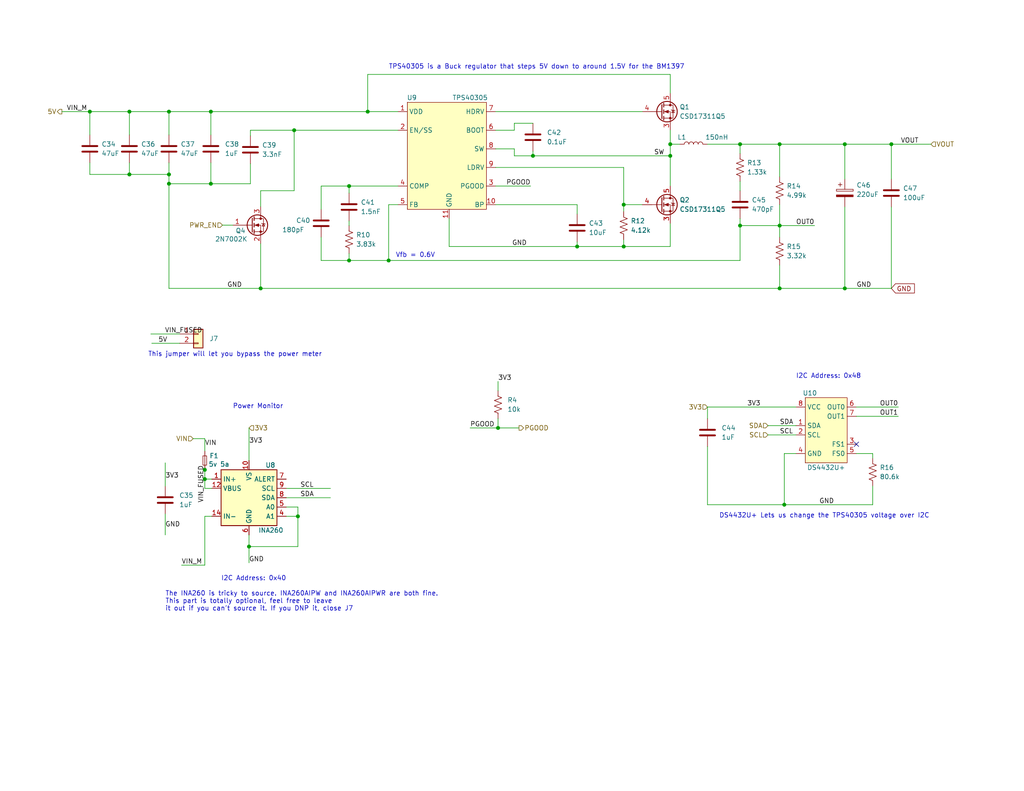
<source format=kicad_sch>
(kicad_sch (version 20231120) (generator "eeschema") (generator_version "8.0")
  (paper "A")
  (title_block (title "BM1366 bitaxe") (date "2023-10-25") (rev "203"))
  (lib_symbols
    (symbol "Connector_Generic:Conn_01x02" (pin_names (offset 1.016) hide)
      (property "Reference" "J" (at 0 2.54 0))
      (property "Value" "Conn_01x02" (at 0 -5.08 0))
      (symbol "Conn_01x02_1_1"
        (rectangle (start -1.27 -2.413) (end 0 -2.667) (stroke (width 0.1524)))
        (rectangle (start -1.27 0.127) (end 0 -0.127) (stroke (width 0.1524)))
        (rectangle (start -1.27 1.27) (end 1.27 -3.81) (stroke (width 0.254)) (fill (type background)))
        (pin passive line (at -5.08 0 0) (length 3.81) (name "Pin_1") (number "1"))
        (pin passive line (at -5.08 -2.54 0) (length 3.81) (name "Pin_2") (number "2"))
      )
    )
    (symbol "Device:C" (pin_numbers hide) (pin_names (offset 0.254))
      (property "Reference" "C" (at 0.635 2.54 0))
      (property "Value" "C" (at 0.635 -2.54 0))
      (symbol "C_0_1"
        (polyline (pts (xy -2.032 -0.762) (xy 2.032 -0.762)) (stroke (width 0.508)))
        (polyline (pts (xy -2.032 0.762) (xy 2.032 0.762)) (stroke (width 0.508)))
      )
      (symbol "C_1_1"
        (pin passive line (at 0 3.81 270) (length 2.794) (name "~") (number "1"))
        (pin passive line (at 0 -3.81 90) (length 2.794) (name "~") (number "2"))
      )
    )
    (symbol "Device:C_Polarized" (pin_numbers hide) (pin_names (offset 0.254))
      (property "Reference" "C" (at 0.635 2.54 0))
      (property "Value" "C_Polarized" (at 0.635 -2.54 0))
      (symbol "C_Polarized_0_1"
        (rectangle (start -2.286 0.508) (end 2.286 1.016))
        (polyline (pts (xy -1.778 2.286) (xy -0.762 2.286)))
        (polyline (pts (xy -1.27 2.794) (xy -1.27 1.778)))
        (rectangle (start 2.286 -0.508) (end -2.286 -1.016) (fill (type outline)))
      )
      (symbol "C_Polarized_1_1"
        (pin passive line (at 0 3.81 270) (length 2.794) (name "~") (number "1"))
        (pin passive line (at 0 -3.81 90) (length 2.794) (name "~") (number "2"))
      )
    )
    (symbol "Device:Fuse_Small" (pin_numbers hide) (pin_names (offset 0.254) hide)
      (property "Reference" "F" (at 0 -1.524 0))
      (property "Value" "Fuse_Small" (at 0 1.524 0))
      (symbol "Fuse_Small_0_1"
        (rectangle (start -1.27 0.508) (end 1.27 -0.508))
        (polyline (pts (xy -1.27 0) (xy 1.27 0)))
      )
      (symbol "Fuse_Small_1_1"
        (pin passive line (at -2.54 0 0) (length 1.27) (name "~") (number "1"))
        (pin passive line (at 2.54 0 180) (length 1.27) (name "~") (number "2"))
      )
    )
    (symbol "Device:L" (pin_numbers hide) (pin_names (offset 1.016) hide)
      (property "Reference" "L" (at -1.27 0 90))
      (property "Value" "L" (at 1.905 0 90))
      (symbol "L_0_1"
        (arc (start 0 -2.54) (mid 0.6323 -1.905) (end 0 -1.27))
        (arc (start 0 -1.27) (mid 0.6323 -0.635) (end 0 0))
        (arc (start 0 0) (mid 0.6323 0.635) (end 0 1.27))
        (arc (start 0 1.27) (mid 0.6323 1.905) (end 0 2.54))
      )
      (symbol "L_1_1"
        (pin passive line (at 0 3.81 270) (length 1.27) (name "1") (number "1"))
        (pin passive line (at 0 -3.81 90) (length 1.27) (name "2") (number "2"))
      )
    )
    (symbol "Device:R_US" (pin_numbers hide) (pin_names (offset 0))
      (property "Reference" "R" (at 2.54 0 90))
      (property "Value" "R_US" (at -2.54 0 90))
      (symbol "R_US_0_1"
        (polyline (pts (xy 0 -2.286) (xy 0 -2.54)))
        (polyline (pts (xy 0 2.286) (xy 0 2.54)))
        (polyline (pts (xy 0 -0.762) (xy 1.016 -1.143) (xy 0 -1.524) (xy -1.016 -1.905) (xy 0 -2.286)))
        (polyline (pts (xy 0 0.762) (xy 1.016 0.381) (xy 0 0) (xy -1.016 -0.381) (xy 0 -0.762)))
        (polyline (pts (xy 0 2.286) (xy 1.016 1.905) (xy 0 1.524) (xy -1.016 1.143) (xy 0 0.762)))
      )
      (symbol "R_US_1_1"
        (pin passive line (at 0 3.81 270) (length 1.27) (name "~") (number "1"))
        (pin passive line (at 0 -3.81 90) (length 1.27) (name "~") (number "2"))
      )
    )
    (symbol "Sensor:INA260"
      (property "Reference" "U" (at -6.35 8.89 0))
      (property "Value" "INA260" (at 2.54 8.89 0))
      (symbol "INA260_0_1"
        (rectangle (start -7.62 7.62) (end 7.62 -7.62) (stroke (width 0.254)) (fill (type background)))
      )
      (symbol "INA260_1_1"
        (pin passive line (at -10.16 5.08 0) (length 2.54) (name "IN+") (number "1"))
        (pin power_in line (at 0 10.16 270) (length 2.54) (name "VS") (number "10"))
        (pin passive line (at 0 -10.16 90) (length 2.54) hide (name "GND") (number "11"))
        (pin passive line (at -10.16 2.54 0) (length 2.54) (name "VBUS") (number "12"))
        (pin no_connect line (at 2.54 -7.62 90) (length 2.54) hide (name "NC") (number "13"))
        (pin passive line (at -10.16 -5.08 0) (length 2.54) (name "IN-") (number "14"))
        (pin passive line (at -10.16 -5.08 0) (length 2.54) hide (name "IN-") (number "15"))
        (pin passive line (at -10.16 -5.08 0) (length 2.54) hide (name "IN-") (number "16"))
        (pin passive line (at -10.16 5.08 0) (length 2.54) hide (name "IN+") (number "2"))
        (pin passive line (at -10.16 5.08 0) (length 2.54) hide (name "IN+") (number "3"))
        (pin input line (at 10.16 -5.08 180) (length 2.54) (name "A1") (number "4"))
        (pin input line (at 10.16 -2.54 180) (length 2.54) (name "A0") (number "5"))
        (pin power_in line (at 0 -10.16 90) (length 2.54) (name "GND") (number "6"))
        (pin open_collector line (at 10.16 5.08 180) (length 2.54) (name "ALERT") (number "7"))
        (pin bidirectional line (at 10.16 0 180) (length 2.54) (name "SDA") (number "8"))
        (pin input line (at 10.16 2.54 180) (length 2.54) (name "SCL") (number "9"))
      )
    )
    (symbol "Transistor_FET:2N7002K" (pin_names hide)
      (property "Reference" "Q" (at 5.08 1.905 0))
      (property "Value" "2N7002K" (at 5.08 0 0))
      (symbol "2N7002K_0_1"
        (polyline (pts (xy 0.254 0) (xy -2.54 0)))
        (polyline (pts (xy 0.254 1.905) (xy 0.254 -1.905)) (stroke (width 0.254)))
        (polyline (pts (xy 0.762 -1.27) (xy 0.762 -2.286)) (stroke (width 0.254)))
        (polyline (pts (xy 0.762 0.508) (xy 0.762 -0.508)) (stroke (width 0.254)))
        (polyline (pts (xy 0.762 2.286) (xy 0.762 1.27)) (stroke (width 0.254)))
        (polyline (pts (xy 2.54 2.54) (xy 2.54 1.778)))
        (polyline (pts (xy 2.54 -2.54) (xy 2.54 0) (xy 0.762 0)))
        (polyline (pts (xy 0.762 -1.778) (xy 3.302 -1.778) (xy 3.302 1.778) (xy 0.762 1.778)))
        (polyline (pts (xy 1.016 0) (xy 2.032 0.381) (xy 2.032 -0.381) (xy 1.016 0)) (fill (type outline)))
        (polyline (pts (xy 2.794 0.508) (xy 2.921 0.381) (xy 3.683 0.381) (xy 3.81 0.254)))
        (polyline (pts (xy 3.302 0.381) (xy 2.921 -0.254) (xy 3.683 -0.254) (xy 3.302 0.381)))
        (circle (center 1.651 0) (radius 2.794) (stroke (width 0.254)))
        (circle (center 2.54 -1.778) (radius 0.254) (fill (type outline)))
        (circle (center 2.54 1.778) (radius 0.254) (fill (type outline)))
      )
      (symbol "2N7002K_1_1"
        (pin input line (at -5.08 0 0) (length 2.54) (name "G") (number "1"))
        (pin passive line (at 2.54 -5.08 90) (length 2.54) (name "S") (number "2"))
        (pin passive line (at 2.54 5.08 270) (length 2.54) (name "D") (number "3"))
      )
    )
    (symbol "bitaxe:DS4432U+"
      (property "Reference" "U10" (at -5.08 10.16 0))
      (property "Value" "DS4432U+" (at -0.635 -10.16 0))
      (symbol "DS4432U+_0_1"
        (rectangle (start -6.35 8.89) (end 5.08 -8.89) (stroke (width 0.1524)) (fill (type background)))
      )
      (symbol "DS4432U+_1_1"
        (pin input line (at -8.89 1.27 0) (length 2.54) (name "SDA") (number "1"))
        (pin input line (at -8.89 -1.27 0) (length 2.54) (name "SCL") (number "2"))
        (pin input line (at 7.62 -3.81 180) (length 2.54) (name "FS1") (number "3"))
        (pin power_in line (at -8.89 -6.35 0) (length 2.54) (name "GND") (number "4"))
        (pin input line (at 7.62 -6.35 180) (length 2.54) (name "FS0") (number "5"))
        (pin output line (at 7.62 6.35 180) (length 2.54) (name "OUT0") (number "6"))
        (pin output line (at 7.62 3.81 180) (length 2.54) (name "OUT1") (number "7"))
        (pin power_in line (at -8.89 6.35 0) (length 2.54) (name "VCC") (number "8"))
      )
    )
    (symbol "bitaxe:Q_NMOS_CSD17311Q5_1" (pin_names (offset 0) hide)
      (property "Reference" "Q1" (at 5.08 1.27 0))
      (property "Value" "CSD17311Q5" (at 5.08 -1.27 0))
      (symbol "Q_NMOS_CSD17311Q5_1_0_1"
        (polyline (pts (xy 0.254 0) (xy -2.54 0)))
        (polyline (pts (xy 0.254 1.905) (xy 0.254 -1.905)) (stroke (width 0.254)))
        (polyline (pts (xy 0.762 -1.27) (xy 0.762 -2.286)) (stroke (width 0.254)))
        (polyline (pts (xy 0.762 0.508) (xy 0.762 -0.508)) (stroke (width 0.254)))
        (polyline (pts (xy 0.762 2.286) (xy 0.762 1.27)) (stroke (width 0.254)))
        (polyline (pts (xy 2.54 2.54) (xy 2.54 1.778)))
        (polyline (pts (xy 2.54 -2.54) (xy 2.54 0) (xy 0.762 0)))
        (polyline (pts (xy 0.762 -1.778) (xy 3.302 -1.778) (xy 3.302 1.778) (xy 0.762 1.778)))
        (polyline (pts (xy 1.016 0) (xy 2.032 0.381) (xy 2.032 -0.381) (xy 1.016 0)) (fill (type outline)))
        (polyline (pts (xy 2.794 0.508) (xy 2.921 0.381) (xy 3.683 0.381) (xy 3.81 0.254)))
        (polyline (pts (xy 3.302 0.381) (xy 2.921 -0.254) (xy 3.683 -0.254) (xy 3.302 0.381)))
        (circle (center 1.651 0) (radius 2.794) (stroke (width 0.254)))
        (circle (center 2.54 -1.778) (radius 0.254) (fill (type outline)))
        (circle (center 2.54 1.778) (radius 0.254) (fill (type outline)))
      )
      (symbol "Q_NMOS_CSD17311Q5_1_1_1"
        (pin passive line (at 2.54 -5.08 90) (length 2.54) hide (name "") (number "1"))
        (pin passive line (at 2.54 -5.08 90) (length 2.54) hide (name "") (number "2"))
        (pin passive line (at 2.54 -5.08 90) (length 2.54) (name "S") (number "3"))
        (pin input line (at -5.08 0 0) (length 2.54) (name "G") (number "4"))
        (pin passive line (at 2.54 5.08 270) (length 2.54) (name "D") (number "5"))
      )
    )
    (symbol "bitaxe:TPS40305"
      (property "Reference" "U9" (at -10.16 16.51 0))
      (property "Value" "TPS40305" (at 5.715 16.51 0))
      (symbol "TPS40305_0_1"
        (rectangle (start -11.43 15.24) (end 10.16 -13.97) (stroke (width 0.1524)) (fill (type background)))
      )
      (symbol "TPS40305_1_1"
        (pin input line (at -13.97 12.7 0) (length 2.54) (name "VDD") (number "1"))
        (pin input line (at 12.7 -12.7 180) (length 2.54) (name "BP") (number "10"))
        (pin input line (at 0 -16.51 90) (length 2.54) (name "GND") (number "11"))
        (pin input line (at -13.97 7.62 0) (length 2.54) (name "EN/SS") (number "2"))
        (pin input line (at 12.7 -7.62 180) (length 2.54) (name "PGOOD") (number "3"))
        (pin input line (at -13.97 -7.62 0) (length 2.54) (name "COMP") (number "4"))
        (pin input line (at -13.97 -12.7 0) (length 2.54) (name "FB") (number "5"))
        (pin input line (at 12.7 7.62 180) (length 2.54) (name "BOOT") (number "6"))
        (pin input line (at 12.7 12.7 180) (length 2.54) (name "HDRV") (number "7"))
        (pin input line (at 12.7 2.54 180) (length 2.54) (name "SW") (number "8"))
        (pin input line (at 12.7 -2.54 180) (length 2.54) (name "LDRV") (number "9"))
      )
    )
  )
  (junction (at 135.89 116.84))
  (junction (at 46.101 50.165))
  (junction (at 55.88 128.27))
  (junction (at 201.93 61.595))
  (junction (at 46.101 47.625))
  (junction (at 213.995 137.795))
  (junction (at 24.511 30.48))
  (junction (at 145.415 42.545))
  (junction (at 182.88 42.545))
  (junction (at 212.725 78.74))
  (junction (at 95.25 50.8))
  (junction (at 182.88 39.37))
  (junction (at 170.18 55.88))
  (junction (at 230.505 78.74))
  (junction (at 212.725 39.37))
  (junction (at 35.306 47.625))
  (junction (at 57.531 30.48))
  (junction (at 100.33 30.48))
  (junction (at 106.045 71.12))
  (junction (at 67.945 149.225))
  (junction (at 35.306 30.48))
  (junction (at 230.505 39.37))
  (junction (at 212.725 61.595))
  (junction (at 81.28 140.97))
  (junction (at 157.48 67.31))
  (junction (at 46.101 30.48))
  (junction (at 57.531 50.165))
  (junction (at 243.205 39.37))
  (junction (at 80.264 35.56))
  (junction (at 55.88 130.81))
  (junction (at 201.93 39.37))
  (junction (at 95.25 71.12))
  (junction (at 71.12 78.74))
  (junction (at 170.18 67.31))
  (no_connect (at 233.68 121.285))
  (wire (pts (xy 243.205 39.37) (xy 230.505 39.37)))
  (wire (pts (xy 193.04 111.125) (xy 217.17 111.125)))
  (wire (pts (xy 60.706 61.468) (xy 63.5 61.468)))
  (wire (pts (xy 157.48 66.04) (xy 157.48 67.31)))
  (wire (pts (xy 24.511 30.48) (xy 35.306 30.48)))
  (wire (pts (xy 108.585 50.8) (xy 95.25 50.8)))
  (wire (pts (xy 182.88 35.56) (xy 182.88 39.37)))
  (wire (pts (xy 243.205 48.895) (xy 243.205 39.37)))
  (wire (pts (xy 170.18 55.88) (xy 175.26 55.88)))
  (wire (pts (xy 157.48 55.88) (xy 157.48 58.42)))
  (wire (pts (xy 67.945 116.84) (xy 67.945 125.73)))
  (wire (pts (xy 95.25 60.325) (xy 95.25 61.595)))
  (wire (pts (xy 57.531 44.45) (xy 57.531 50.165)))
  (wire (pts (xy 212.725 55.88) (xy 212.725 61.595)))
  (wire (pts (xy 170.18 45.72) (xy 170.18 55.88)))
  (wire (pts (xy 35.306 44.45) (xy 35.306 47.625)))
  (wire (pts (xy 170.18 67.31) (xy 170.18 65.405)))
  (wire (pts (xy 233.68 113.665) (xy 245.11 113.665)))
  (wire (pts (xy 68.326 44.704) (xy 68.326 50.165)))
  (wire (pts (xy 182.88 20.32) (xy 100.33 20.32)))
  (wire (pts (xy 193.04 114.3) (xy 193.04 111.125)))
  (wire (pts (xy 201.93 39.37) (xy 201.93 41.91)))
  (wire (pts (xy 57.785 133.35) (xy 55.88 133.35)))
  (wire (pts (xy 35.306 47.625) (xy 46.101 47.625)))
  (wire (pts (xy 243.205 39.37) (xy 254 39.37)))
  (wire (pts (xy 55.88 140.97) (xy 55.88 154.305)))
  (wire (pts (xy 80.264 35.56) (xy 68.326 35.56)))
  (wire (pts (xy 128.27 116.84) (xy 135.89 116.84)))
  (wire (pts (xy 87.63 71.12) (xy 87.63 64.77)))
  (wire (pts (xy 87.63 50.8) (xy 87.63 57.15)))
  (wire (pts (xy 49.53 154.305) (xy 55.88 154.305)))
  (wire (pts (xy 209.55 116.205) (xy 217.17 116.205)))
  (wire (pts (xy 46.101 50.165) (xy 57.531 50.165)))
  (wire (pts (xy 78.105 138.43) (xy 81.28 138.43)))
  (wire (pts (xy 122.555 67.31) (xy 157.48 67.31)))
  (wire (pts (xy 81.28 149.225) (xy 67.945 149.225)))
  (wire (pts (xy 80.264 52.07) (xy 80.264 35.56)))
  (wire (pts (xy 213.995 123.825) (xy 217.17 123.825)))
  (wire (pts (xy 46.101 78.74) (xy 71.12 78.74)))
  (wire (pts (xy 201.93 49.53) (xy 201.93 52.07)))
  (wire (pts (xy 57.785 130.81) (xy 55.88 130.81)))
  (wire (pts (xy 57.531 30.48) (xy 57.531 36.83)))
  (wire (pts (xy 95.25 69.215) (xy 95.25 71.12)))
  (wire (pts (xy 55.88 127) (xy 55.88 128.27)))
  (wire (pts (xy 212.725 72.39) (xy 212.725 78.74)))
  (wire (pts (xy 41.402 93.726) (xy 49.022 93.726)))
  (wire (pts (xy 157.48 67.31) (xy 170.18 67.31)))
  (wire (pts (xy 238.125 132.715) (xy 238.125 137.795)))
  (wire (pts (xy 230.505 39.37) (xy 230.505 48.895)))
  (wire (pts (xy 212.725 61.595) (xy 212.725 64.77)))
  (wire (pts (xy 140.335 40.64) (xy 140.335 42.545)))
  (wire (pts (xy 71.12 52.07) (xy 80.264 52.07)))
  (wire (pts (xy 182.88 60.96) (xy 182.88 67.31)))
  (wire (pts (xy 81.28 138.43) (xy 81.28 140.97)))
  (wire (pts (xy 135.255 45.72) (xy 170.18 45.72)))
  (wire (pts (xy 135.255 40.64) (xy 140.335 40.64)))
  (wire (pts (xy 24.511 47.625) (xy 35.306 47.625)))
  (wire (pts (xy 233.68 111.125) (xy 245.11 111.125)))
  (wire (pts (xy 24.511 36.83) (xy 24.511 30.48)))
  (wire (pts (xy 230.505 56.515) (xy 230.505 78.74)))
  (wire (pts (xy 46.101 30.48) (xy 46.101 36.83)))
  (wire (pts (xy 35.306 30.48) (xy 46.101 30.48)))
  (wire (pts (xy 213.995 137.795) (xy 213.995 123.825)))
  (wire (pts (xy 45.085 140.335) (xy 45.085 146.05)))
  (wire (pts (xy 140.335 42.545) (xy 145.415 42.545)))
  (wire (pts (xy 230.505 39.37) (xy 212.725 39.37)))
  (wire (pts (xy 100.33 20.32) (xy 100.33 30.48)))
  (wire (pts (xy 182.88 67.31) (xy 170.18 67.31)))
  (wire (pts (xy 67.945 149.225) (xy 67.945 153.67)))
  (wire (pts (xy 233.68 123.825) (xy 238.125 123.825)))
  (wire (pts (xy 135.89 116.84) (xy 141.605 116.84)))
  (wire (pts (xy 170.18 55.88) (xy 170.18 57.785)))
  (wire (pts (xy 182.88 42.545) (xy 182.88 50.8)))
  (wire (pts (xy 95.25 71.12) (xy 87.63 71.12)))
  (wire (pts (xy 55.88 128.27) (xy 55.88 130.81)))
  (wire (pts (xy 46.101 30.48) (xy 57.531 30.48)))
  (wire (pts (xy 230.505 78.74) (xy 243.205 78.74)))
  (wire (pts (xy 193.04 137.795) (xy 213.995 137.795)))
  (wire (pts (xy 78.105 140.97) (xy 81.28 140.97)))
  (wire (pts (xy 67.945 146.05) (xy 67.945 149.225)))
  (wire (pts (xy 135.255 50.8) (xy 144.78 50.8)))
  (wire (pts (xy 106.045 71.12) (xy 95.25 71.12)))
  (wire (pts (xy 35.306 30.48) (xy 35.306 36.83)))
  (wire (pts (xy 135.89 114.3) (xy 135.89 116.84)))
  (wire (pts (xy 71.12 66.548) (xy 71.12 78.74)))
  (wire (pts (xy 46.101 47.625) (xy 46.101 50.165)))
  (wire (pts (xy 145.415 42.545) (xy 182.88 42.545)))
  (wire (pts (xy 182.88 25.4) (xy 182.88 20.32)))
  (wire (pts (xy 46.101 50.165) (xy 46.101 78.74)))
  (wire (pts (xy 24.511 44.45) (xy 24.511 47.625)))
  (wire (pts (xy 46.101 44.45) (xy 46.101 47.625)))
  (wire (pts (xy 122.555 59.69) (xy 122.555 67.31)))
  (wire (pts (xy 212.725 61.595) (xy 222.25 61.595)))
  (wire (pts (xy 212.725 78.74) (xy 230.505 78.74)))
  (wire (pts (xy 193.04 39.37) (xy 201.93 39.37)))
  (wire (pts (xy 209.55 118.745) (xy 217.17 118.745)))
  (wire (pts (xy 108.585 55.88) (xy 106.045 55.88)))
  (wire (pts (xy 108.585 35.56) (xy 80.264 35.56)))
  (wire (pts (xy 57.785 140.97) (xy 55.88 140.97)))
  (wire (pts (xy 201.93 39.37) (xy 212.725 39.37)))
  (wire (pts (xy 135.255 55.88) (xy 157.48 55.88)))
  (wire (pts (xy 140.335 35.56) (xy 140.335 33.655)))
  (wire (pts (xy 201.93 59.69) (xy 201.93 61.595)))
  (wire (pts (xy 41.148 91.186) (xy 49.022 91.186)))
  (wire (pts (xy 243.205 56.515) (xy 243.205 78.74)))
  (wire (pts (xy 201.93 71.12) (xy 106.045 71.12)))
  (wire (pts (xy 71.12 52.07) (xy 71.12 56.388)))
  (wire (pts (xy 95.25 50.8) (xy 87.63 50.8)))
  (wire (pts (xy 57.531 30.48) (xy 100.33 30.48)))
  (wire (pts (xy 140.335 33.655) (xy 145.415 33.655)))
  (wire (pts (xy 145.415 41.275) (xy 145.415 42.545)))
  (wire (pts (xy 45.085 126.365) (xy 45.085 132.715)))
  (wire (pts (xy 135.255 30.48) (xy 175.26 30.48)))
  (wire (pts (xy 55.88 133.35) (xy 55.88 130.81)))
  (wire (pts (xy 100.33 30.48) (xy 108.585 30.48)))
  (wire (pts (xy 68.326 35.56) (xy 68.326 37.084)))
  (wire (pts (xy 212.725 39.37) (xy 212.725 48.26)))
  (wire (pts (xy 182.88 39.37) (xy 185.42 39.37)))
  (wire (pts (xy 135.89 104.14) (xy 135.89 106.68)))
  (wire (pts (xy 238.125 123.825) (xy 238.125 125.095)))
  (wire (pts (xy 55.88 123.19) (xy 55.88 119.761)))
  (wire (pts (xy 201.93 61.595) (xy 201.93 71.12)))
  (wire (pts (xy 135.255 35.56) (xy 140.335 35.56)))
  (wire (pts (xy 78.105 133.35) (xy 90.17 133.35)))
  (wire (pts (xy 81.28 140.97) (xy 81.28 149.225)))
  (wire (pts (xy 106.045 55.88) (xy 106.045 71.12)))
  (wire (pts (xy 182.88 39.37) (xy 182.88 42.545)))
  (wire (pts (xy 238.125 137.795) (xy 213.995 137.795)))
  (wire (pts (xy 193.04 121.92) (xy 193.04 137.795)))
  (wire (pts (xy 52.705 119.761) (xy 55.88 119.761)))
  (wire (pts (xy 16.891 30.48) (xy 24.511 30.48)))
  (wire (pts (xy 78.105 135.89) (xy 90.17 135.89)))
  (wire (pts (xy 57.531 50.165) (xy 68.326 50.165)))
  (wire (pts (xy 201.93 61.595) (xy 212.725 61.595)))
  (wire (pts (xy 71.12 78.74) (xy 212.725 78.74)))
  (wire (pts (xy 95.25 50.8) (xy 95.25 52.705)))
  (text "DS4432U+ Lets us change the TPS40305 voltage over I2C" (at 196.215 141.605 0) (effects (font (size 1.27 1.27)) (justify left bottom)))
  (text "I2C Address: 0x48" (at 217.17 103.505 0) (effects (font (size 1.27 1.27)) (justify left bottom)))
  (text "The INA260 is tricky to source. INA260AIPW and INA260AIPWR are both fine.\nThis part is totally optional, feel free to leave \nit out if you can't source it. If you DNP it, close J7" (at 45.085 167.005 0) (effects (font (size 1.27 1.27)) (justify left bottom)))
  (text "Power Monitor" (at 63.5 111.76 0) (effects (font (size 1.27 1.27)) (justify left bottom)))
  (text "TPS40305 is a Buck regulator that steps 5V down to around 1.5V for the BM1397" (at 106.045 19.05 0) (effects (font (size 1.27 1.27)) (justify left bottom)))
  (text "I2C Address: 0x40" (at 60.325 158.75 0) (effects (font (size 1.27 1.27)) (justify left bottom)))
  (text "Vfb = 0.6V" (at 107.95 70.485 0) (effects (font (size 1.27 1.27)) (justify left bottom)))
  (text "This jumper will let you bypass the power meter" (at 40.386 97.536 0) (effects (font (size 1.27 1.27)) (justify left bottom)))
  (label "3V3" (at 203.835 111.125 0))
  (label "SDA" (at 212.725 116.205 0))
  (label "VIN_M" (at 18.161 30.48 0))
  (label "GND" (at 233.68 78.74 0))
  (label "VIN_M" (at 49.53 154.305 0))
  (label "GND" (at 61.976 78.74 0))
  (label "VIN_FUSED" (at 44.958 91.186 0))
  (label "GND" (at 67.945 153.67 0))
  (label "3V3" (at 67.945 121.285 0))
  (label "PGOOD" (at 144.78 50.8 180))
  (label "GND" (at 45.085 144.145 0))
  (label "SCL" (at 81.915 133.35 0))
  (label "VOUT" (at 245.745 39.37 0))
  (label "3V3" (at 45.085 130.81 0))
  (label "OUT1" (at 240.03 113.665 0))
  (label "SCL" (at 212.725 118.745 0))
  (label "SDA" (at 81.915 135.89 0))
  (label "OUT0" (at 217.17 61.595 0))
  (label "OUT0" (at 240.03 111.125 0))
  (label "GND" (at 223.52 137.795 0))
  (label "5V" (at 43.18 93.726 0))
  (label "3V3" (at 135.89 104.14 0))
  (label "PGOOD" (at 128.27 116.84 0))
  (label "SW" (at 178.435 42.545 0))
  (label "GND" (at 139.7 67.31 0))
  (label "VIN_FUSED" (at 55.88 127 270))
  (label "VIN" (at 55.88 121.92 0))
  (global_label "GND" (shape input) (at 243.205 78.74 0) (property "Intersheetrefs" "${INTERSHEET_REFS}" (effects (hide yes))))
  (hierarchical_label "SDA" (shape input) (at 209.55 116.205 180))
  (hierarchical_label "5V" (shape output) (at 16.891 30.48 180))
  (hierarchical_label "SCL" (shape input) (at 209.55 118.745 180))
  (hierarchical_label "3V3" (shape input) (at 67.945 116.84 0))
  (hierarchical_label "VOUT" (shape input) (at 254 39.37 0))
  (hierarchical_label "VIN" (shape input) (at 52.705 119.761 180))
  (hierarchical_label "PWR_EN" (shape input) (at 60.706 61.468 180))
  (hierarchical_label "3V3" (shape input) (at 193.04 111.125 180))
  (hierarchical_label "PGOOD" (shape output) (at 141.605 116.84 0))
  (symbol (lib_id "Device:C") (at 157.48 62.23 0) (unit 1)
    (property "Reference" "C43" (at 160.655 60.9599 0) (effects (justify left)))
    (property "Value" "10uF" (at 160.655 63.4999 0) (effects (justify left)))
    (property "Footprint" "Capacitor_SMD:C_0805_2012Metric" (effects (hide yes)))
    (property "DK" "1276-1096-1-ND" (effects (hide yes)))
    (property "PARTNO" "CL21A106KOQNNNE" (effects (hide yes)))
  )
  (symbol (lib_id "Device:R_US") (at 212.725 52.07 0) (unit 1)
    (property "Reference" "R14" (at 214.63 50.7999 0) (effects (justify left)))
    (property "Value" "4.99k" (at 214.63 53.3399 0) (effects (justify left)))
    (property "Footprint" "Resistor_SMD:R_0402_1005Metric" (effects (hide yes)))
    (property "DK" "311-4.99KLRCT-ND" (effects (hide yes)))
    (property "PARTNO" "RC0402FR-074K99L" (effects (hide yes)))
  )
  (symbol (lib_id "Device:C") (at 46.101 40.64 0) (unit 1)
    (property "Reference" "C37" (at 49.276 39.3699 0) (effects (justify left)))
    (property "Value" "47uF" (at 49.276 41.9099 0) (effects (justify left)))
    (property "Footprint" "Capacitor_SMD:C_1210_3225Metric" (effects (hide yes)))
    (property "DK" "490-6539-1-ND" (effects (hide yes)))
    (property "PARTNO" "GRM32ER61C476KE15L" (effects (hide yes)))
  )
  (symbol (lib_id "Device:C_Polarized") (at 230.505 52.705 0) (unit 1)
    (property "Reference" "C46" (at 233.68 50.5459 0) (effects (justify left)))
    (property "Value" "220uF" (at 233.68 53.0859 0) (effects (justify left)))
    (property "Footprint" "bitaxe:CAP_2R5TPE220MAFB" (effects (hide yes)))
    (property "Datasheet" "https://media.digikey.com/pdf/Data%20Sheets/Panasonic%20Capacitors%20PDFs/TPE_Series_POSCAP_Rev02_Oct_2017.pdf" (effects (hide yes)))
    (property "PARTNO" "2R5TPE220MAFB" (effects (hide yes)))
    (property "DK" "P16200CT-ND" (effects (hide yes)))
  )
  (symbol (lib_id "bitaxe:TPS40305") (at 122.555 43.18 0) (unit 1)
    (property "Reference" "U9" (at 112.395 26.67 0))
    (property "Value" "TPS40305" (at 128.27 26.67 0))
    (property "Footprint" "bitaxe:TPS40305" (effects (hide yes)))
    (property "Datasheet" "https://www.ti.com/lit/ds/symlink/tps40303.pdf" (effects (hide yes)))
    (property "DK" "296-37445-1-ND" (effects (hide yes)))
    (property "PARTNO" "TPS40305DRCR" (effects (hide yes)))
  )
  (symbol (lib_id "Sensor:INA260") (at 67.945 135.89 0) (unit 1)
    (property "Reference" "U8" (at 72.39 127 0) (effects (justify left)))
    (property "Value" "INA260" (at 70.485 144.78 0) (effects (justify left)))
    (property "Footprint" "Package_SO:TSSOP-16_4.4x5mm_P0.65mm" (effects (hide yes)))
    (property "Datasheet" "http://www.ti.com/lit/ds/symlink/ina260.pdf" (effects (hide yes)))
    (property "PARTNO" "INA260AIPW" (effects (hide yes)))
    (property "DK" "296-45218-5-ND" (effects (hide yes)))
  )
  (symbol (lib_id "Device:C") (at 24.511 40.64 0) (unit 1)
    (property "Reference" "C34" (at 27.686 39.3699 0) (effects (justify left)))
    (property "Value" "47uF" (at 27.686 41.9099 0) (effects (justify left)))
    (property "Footprint" "Capacitor_SMD:C_1210_3225Metric" (effects (hide yes)))
    (property "DK" "490-6539-1-ND" (effects (hide yes)))
    (property "PARTNO" "GRM32ER61C476KE15L" (effects (hide yes)))
  )
  (symbol (lib_id "bitaxe:Q_NMOS_CSD17311Q5_1") (at 180.34 55.88 0) (unit 1)
    (property "Reference" "Q2" (at 185.42 54.61 0) (effects (justify left)))
    (property "Value" "CSD17311Q5" (at 185.42 57.15 0) (effects (justify left)))
    (property "Footprint" "bitaxe:CSD17311Q5" (effects (hide yes)))
    (property "Datasheet" "https://www.ti.com/lit/ds/symlink/csd17311q5.pdf" (effects (hide yes)))
    (property "DK" "296-27625-1-ND" (effects (hide yes)))
    (property "PARTNO" "CSD17311Q5" (effects (hide yes)))
  )
  (symbol (lib_id "Device:C") (at 68.326 40.894 0) (unit 1)
    (property "Reference" "C39" (at 71.501 39.6239 0) (effects (justify left)))
    (property "Value" "3.3nF" (at 71.501 42.1639 0) (effects (justify left)))
    (property "Footprint" "Capacitor_SMD:C_0402_1005Metric" (effects (hide yes)))
    (property "DK" "1276-1552-1-ND" (effects (hide yes)))
    (property "PARTNO" "CL05B332KB5NNNC" (effects (hide yes)))
  )
  (symbol (lib_id "Device:C") (at 35.306 40.64 0) (unit 1)
    (property "Reference" "C36" (at 38.481 39.3699 0) (effects (justify left)))
    (property "Value" "47uF" (at 38.481 41.9099 0) (effects (justify left)))
    (property "Footprint" "Capacitor_SMD:C_1210_3225Metric" (effects (hide yes)))
    (property "DK" "490-6539-1-ND" (effects (hide yes)))
    (property "PARTNO" "GRM32ER61C476KE15L" (effects (hide yes)))
  )
  (symbol (lib_id "Device:C") (at 57.531 40.64 0) (unit 1)
    (property "Reference" "C38" (at 61.341 39.3699 0) (effects (justify left)))
    (property "Value" "1uF" (at 61.341 41.9099 0) (effects (justify left)))
    (property "Footprint" "Capacitor_SMD:C_0805_2012Metric" (effects (hide yes)))
    (property "DK" "1276-6471-1-ND" (effects (hide yes)))
    (property "PARTNO" "CL21B105KOFNNNG" (effects (hide yes)))
  )
  (symbol (lib_id "bitaxe:DS4432U+") (at 226.06 117.475 0) (unit 1)
    (property "Reference" "U10" (at 220.98 107.315 0))
    (property "Value" "DS4432U+" (at 225.425 127.635 0))
    (property "Footprint" "Package_SO:TSSOP-8_3x3mm_P0.65mm" (effects (hide yes)))
    (property "Datasheet" "https://datasheets.maximintegrated.com/en/ds/DS4432.pdf" (effects (hide yes)))
    (property "DK" "DS4432U+-ND" (effects (hide yes)))
    (property "PARTNO" "DS4432U+" (effects (hide yes)))
  )
  (symbol (lib_id "Device:C") (at 243.205 52.705 0) (unit 1)
    (property "Reference" "C47" (at 246.38 51.4349 0) (effects (justify left)))
    (property "Value" "100uF" (at 246.38 53.9749 0) (effects (justify left)))
    (property "Footprint" "Capacitor_SMD:C_1206_3216Metric" (effects (hide yes)))
    (property "PARTNO" "C3216X5R0J107M160AB" (effects (hide yes)))
    (property "DK" "445-6008-1-ND" (effects (hide yes)))
  )
  (symbol (lib_id "Device:C") (at 95.25 56.515 0) (unit 1)
    (property "Reference" "C41" (at 98.425 55.2449 0) (effects (justify left)))
    (property "Value" "1.5nF" (at 98.425 57.7849 0) (effects (justify left)))
    (property "Footprint" "Capacitor_SMD:C_0805_2012Metric" (effects (hide yes)))
    (property "DK" "311-1128-1-ND" (effects (hide yes)))
    (property "PARTNO" "CC0805KRX7R9BB152" (effects (hide yes)))
  )
  (symbol (lib_id "Device:R_US") (at 212.725 68.58 0) (unit 1)
    (property "Reference" "R15" (at 214.63 67.3099 0) (effects (justify left)))
    (property "Value" "3.32k" (at 214.63 69.8499 0) (effects (justify left)))
    (property "Footprint" "Resistor_SMD:R_0402_1005Metric" (effects (hide yes)))
    (property "DK" "311-3.32KLRCT-ND" (effects (hide yes)))
    (property "PARTNO" "RC0402FR-073K32L" (effects (hide yes)))
  )
  (symbol (lib_id "Device:C") (at 145.415 37.465 0) (unit 1)
    (property "Reference" "C42" (at 149.225 36.1949 0) (effects (justify left)))
    (property "Value" "0.1uF" (at 149.225 38.7349 0) (effects (justify left)))
    (property "Footprint" "Capacitor_SMD:C_0402_1005Metric" (effects (hide yes)))
    (property "DK" "1292-1639-1-ND" (effects (hide yes)))
    (property "PARTNO" "0402X104K100CT" (effects (hide yes)))
  )
  (symbol (lib_id "Device:Fuse_Small") (at 55.88 125.73 270) (unit 1)
    (property "Reference" "F1" (at 57.15 124.4599 90) (effects (justify left)))
    (property "Value" "5v 5a" (at 56.896 126.746 90) (effects (justify left)))
    (property "Footprint" "Fuse:Fuse_0603_1608Metric" (effects (hide yes)))
    (property "Description" "Fuse, small symbol" (effects (hide yes)))
  )
  (symbol (lib_id "Transistor_FET:2N7002K") (at 68.58 61.468 0) (unit 1)
    (property "Reference" "Q4" (at 64.262 62.992 0) (effects (justify left)))
    (property "Value" "2N7002K" (at 58.674 65.278 0) (effects (justify left)))
    (property "Footprint" "Package_TO_SOT_SMD:SOT-323_SC-70" (effects (hide yes)))
    (property "Datasheet" "https://www.diodes.com/assets/Datasheets/ds30896.pdf" (effects (hide yes)))
    (property "DK" "2N7002KWCT-ND" (effects (hide yes)))
    (property "PARTNO" "2N7002KW" (effects (hide yes)))
  )
  (symbol (lib_id "Connector_Generic:Conn_01x02") (at 54.102 91.186 0) (unit 1) (in_bom no)
    (property "Reference" "J7" (at 57.15 92.4559 0) (effects (justify left)))
    (property "Value" "Conn_01x02" (effects (hide yes)))
    (property "Footprint" "Connector_PinHeader_2.54mm:PinHeader_1x02_P2.54mm_Vertical" (effects (hide yes)))
  )
  (symbol (lib_id "Device:R_US") (at 238.125 128.905 0) (unit 1)
    (property "Reference" "R16" (at 240.03 127.635 0) (effects (justify left)))
    (property "Value" "80.6k" (at 240.03 130.175 0) (effects (justify left)))
    (property "Footprint" "Resistor_SMD:R_0402_1005Metric" (effects (hide yes)))
    (property "DK" "311-80.6KLRCT-ND" (effects (hide yes)))
    (property "PARTNO" "RC0402FR-0780K6L" (effects (hide yes)))
  )
  (symbol (lib_id "Device:C") (at 193.04 118.11 0) (unit 1)
    (property "Reference" "C44" (at 196.85 116.8399 0) (effects (justify left)))
    (property "Value" "1uF" (at 196.85 119.3799 0) (effects (justify left)))
    (property "Footprint" "Capacitor_SMD:C_0402_1005Metric" (effects (hide yes)))
    (property "DK" "587-5514-1-ND" (effects (hide yes)))
    (property "PARTNO" "EMK105BJ105MV-F" (effects (hide yes)))
  )
  (symbol (lib_id "Device:R_US") (at 201.93 45.72 0) (unit 1)
    (property "Reference" "R13" (at 203.835 44.4499 0) (effects (justify left)))
    (property "Value" "1.33k" (at 203.835 46.9899 0) (effects (justify left)))
    (property "Footprint" "Resistor_SMD:R_0402_1005Metric" (effects (hide yes)))
    (property "DK" "311-1.33KLRCT-ND" (effects (hide yes)))
    (property "PARTNO" "RC0402FR-071K33L" (effects (hide yes)))
  )
  (symbol (lib_id "Device:R_US") (at 95.25 65.405 0) (unit 1)
    (property "Reference" "R10" (at 97.155 64.1349 0) (effects (justify left)))
    (property "Value" "3.83k" (at 97.155 66.6749 0) (effects (justify left)))
    (property "Footprint" "Resistor_SMD:R_0402_1005Metric" (effects (hide yes)))
    (property "DK" "311-3.83KLRCT-ND" (effects (hide yes)))
    (property "PARTNO" "RC0402FR-073K83L" (effects (hide yes)))
  )
  (symbol (lib_id "bitaxe:Q_NMOS_CSD17311Q5_1") (at 180.34 30.48 0) (unit 1)
    (property "Reference" "Q1" (at 185.42 29.21 0) (effects (justify left)))
    (property "Value" "CSD17311Q5" (at 185.42 31.75 0) (effects (justify left)))
    (property "Footprint" "bitaxe:CSD17311Q5" (effects (hide yes)))
    (property "Datasheet" "https://www.ti.com/lit/ds/symlink/csd17311q5.pdf" (effects (hide yes)))
    (property "DK" "296-27625-1-ND" (effects (hide yes)))
    (property "PARTNO" "CSD17311Q5" (effects (hide yes)))
  )
  (symbol (lib_id "Device:C") (at 201.93 55.88 0) (unit 1)
    (property "Reference" "C45" (at 205.105 54.6099 0) (effects (justify left)))
    (property "Value" "470pF" (at 205.105 57.1499 0) (effects (justify left)))
    (property "Footprint" "Capacitor_SMD:C_0805_2012Metric" (effects (hide yes)))
    (property "DK" "1292-1580-1-ND" (effects (hide yes)))
    (property "PARTNO" "0805B471K500CT" (effects (hide yes)))
  )
  (symbol (lib_id "Device:L") (at 189.23 39.37 90) (unit 1)
    (property "Reference" "L1" (at 186.055 37.465 90))
    (property "Value" "150nH" (at 195.58 37.465 90))
    (property "Footprint" "bitaxe:FP1005R1-R15-R" (effects (hide yes)))
    (property "Datasheet" "https://www.eaton.com/content/dam/eaton/products/electronic-components/resources/data-sheet/eaton-fp1005r-high-current-power-inductors-data-sheet.pdf" (effects (hide yes)))
    (property "PARTNO" "FP1005R1-R15-R" (effects (hide yes)))
    (property "DK" "513-1568-1-ND" (effects (hide yes)))
  )
  (symbol (lib_id "Device:R_US") (at 170.18 61.595 0) (unit 1)
    (property "Reference" "R12" (at 172.085 60.3249 0) (effects (justify left)))
    (property "Value" "4.12k" (at 172.085 62.8649 0) (effects (justify left)))
    (property "Footprint" "Resistor_SMD:R_0402_1005Metric" (effects (hide yes)))
    (property "DK" "RMCF0402FT4K12CT-ND" (effects (hide yes)))
    (property "PARTNO" "RMCF0402FT4K12" (effects (hide yes)))
  )
  (symbol (lib_id "Device:C") (at 45.085 136.525 0) (unit 1)
    (property "Reference" "C35" (at 48.895 135.2549 0) (effects (justify left)))
    (property "Value" "1uF" (at 48.895 137.7949 0) (effects (justify left)))
    (property "Footprint" "Capacitor_SMD:C_0402_1005Metric" (effects (hide yes)))
    (property "DK" "587-5514-1-ND" (effects (hide yes)))
    (property "PARTNO" "EMK105BJ105MV-F" (effects (hide yes)))
  )
  (symbol (lib_id "Device:C") (at 87.63 60.96 0) (unit 1)
    (property "Reference" "C40" (at 80.772 60.198 0) (effects (justify left)))
    (property "Value" "180pF" (at 76.962 62.738 0) (effects (justify left)))
    (property "Footprint" "Capacitor_SMD:C_0805_2012Metric" (effects (hide yes)))
    (property "DK" "311-1114-1-ND" (effects (hide yes)))
    (property "PARTNO" "CC0805JRNPO9BN181" (effects (hide yes)))
  )
  (symbol (lib_id "Device:R_US") (at 135.89 110.49 0) (unit 1)
    (property "Reference" "R4" (at 138.43 109.2199 0) (effects (justify left)))
    (property "Value" "10k" (at 138.43 111.7599 0) (effects (justify left)))
    (property "Footprint" "Resistor_SMD:R_0402_1005Metric" (effects (hide yes)))
    (property "DK" "311-10KJRCT-ND" (effects (hide yes)))
    (property "PARTNO" "RC0402JR-0710KL" (effects (hide yes)))
  )
)
</source>
